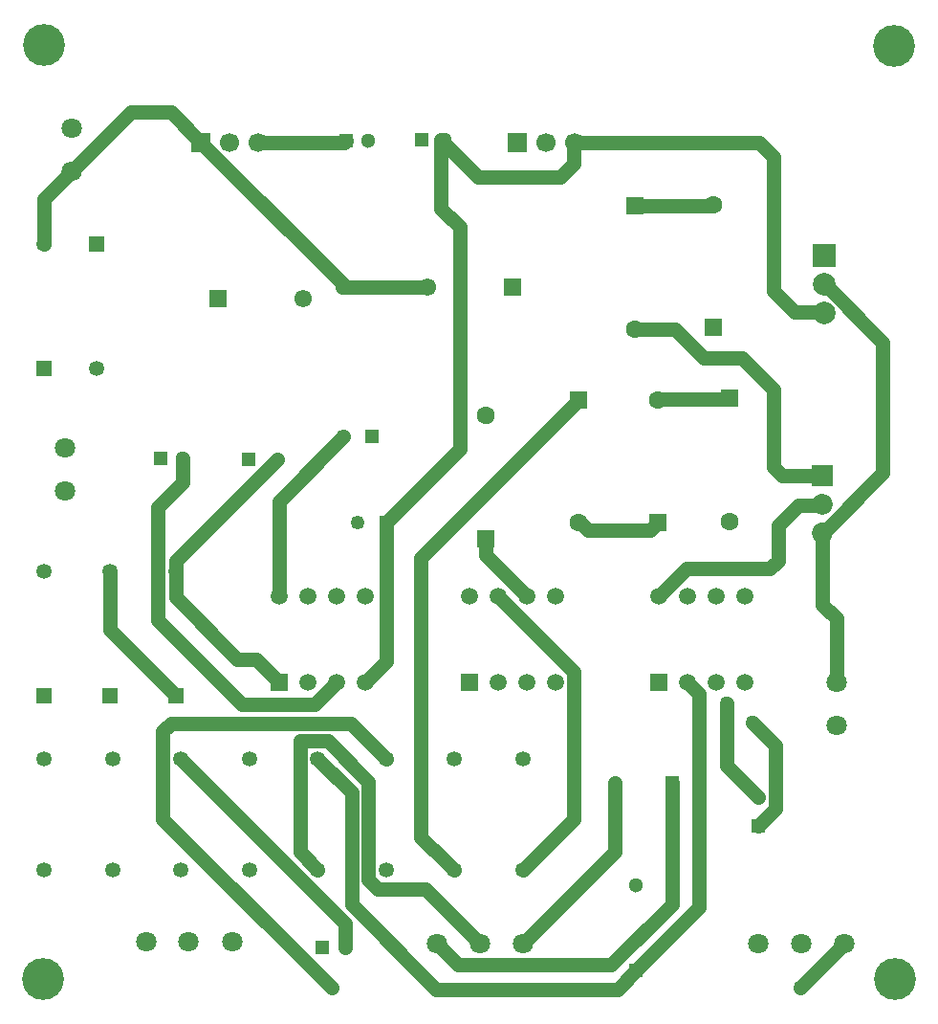
<source format=gtl>
G04*
G04 #@! TF.GenerationSoftware,Altium Limited,Altium Designer,23.4.1 (23)*
G04*
G04 Layer_Physical_Order=1*
G04 Layer_Color=255*
%FSLAX44Y44*%
%MOMM*%
G71*
G04*
G04 #@! TF.SameCoordinates,296E2F05-AFD3-44B7-80E4-9C800FA3EDDF*
G04*
G04*
G04 #@! TF.FilePolarity,Positive*
G04*
G01*
G75*
%ADD16C,1.2000*%
%ADD17R,1.2000X1.2000*%
%ADD18R,1.6000X1.6000*%
%ADD19C,1.6000*%
%ADD20R,1.2000X1.2000*%
%ADD22R,1.5500X1.5500*%
%ADD23C,1.5500*%
%ADD31C,1.3500*%
%ADD32R,1.3500X1.3500*%
%ADD33C,2.0000*%
%ADD34R,2.0000X2.0000*%
%ADD35C,1.8500*%
%ADD36R,1.8500X1.8500*%
%ADD37C,1.3000*%
%ADD38R,1.3000X1.3000*%
%ADD42C,1.2500*%
%ADD43C,3.7000*%
%ADD44C,1.8000*%
%ADD45C,1.7000*%
%ADD46R,1.7000X1.7000*%
%ADD47C,1.5000*%
%ADD48R,1.5000X1.5000*%
%ADD49R,1.3000X1.3000*%
%ADD50C,1.2500*%
%ADD51R,1.2500X1.2500*%
%ADD52C,1.2700*%
D16*
X234550Y485140D02*
D03*
X660400Y186490D02*
D03*
X294320Y53340D02*
D03*
X533800Y199390D02*
D03*
D17*
X209550Y485140D02*
D03*
X274320Y53340D02*
D03*
X583800Y199390D02*
D03*
D18*
X419354Y415520D02*
D03*
X635000Y539520D02*
D03*
X571500Y429490D02*
D03*
X551180Y709700D02*
D03*
X621030Y602210D02*
D03*
X501650Y538250D02*
D03*
D19*
X419354Y524280D02*
D03*
X635000Y430760D02*
D03*
X571500Y538250D02*
D03*
X551180Y600940D02*
D03*
X621030Y710970D02*
D03*
X501650Y429490D02*
D03*
D20*
X660400Y161490D02*
D03*
D22*
X182210Y627380D02*
D03*
X442630Y637540D02*
D03*
D23*
X257210Y627380D02*
D03*
X367630Y637540D02*
D03*
D31*
X209731Y122450D02*
D03*
Y220450D02*
D03*
X270329D02*
D03*
Y122450D02*
D03*
X330926Y220450D02*
D03*
Y122450D02*
D03*
X74930Y566030D02*
D03*
X27940Y676030D02*
D03*
X452120Y220450D02*
D03*
Y122450D02*
D03*
X391523Y122450D02*
D03*
Y220450D02*
D03*
X27860Y386470D02*
D03*
X27940Y220450D02*
D03*
Y122450D02*
D03*
X144780Y386470D02*
D03*
X86320Y386080D02*
D03*
X149134Y220450D02*
D03*
Y122450D02*
D03*
X88537Y220450D02*
D03*
Y122450D02*
D03*
D32*
X74930Y676030D02*
D03*
X27940Y566030D02*
D03*
X27860Y276470D02*
D03*
X144780D02*
D03*
X86320Y276080D02*
D03*
D33*
X718820Y614680D02*
D03*
Y640080D02*
D03*
D34*
Y665480D02*
D03*
D35*
X717550Y420370D02*
D03*
Y445770D02*
D03*
D36*
Y471170D02*
D03*
D37*
X150970Y486410D02*
D03*
X552450Y108620D02*
D03*
X382589Y768309D02*
D03*
X315279Y767039D02*
D03*
D38*
X552450Y33620D02*
D03*
D42*
X564564Y422554D02*
X571500Y429490D01*
X501650D02*
X502597D01*
X509533Y422554D01*
X564564D01*
X729670Y288340D02*
Y344750D01*
X717550Y356870D02*
X729670Y344750D01*
X717550Y356870D02*
Y420370D01*
X729670Y288340D02*
X730250Y288920D01*
X27940Y715640D02*
X52760Y740460D01*
X27940Y676030D02*
Y715640D01*
X52760Y740460D02*
X104780Y792480D01*
X144780Y363220D02*
Y386470D01*
X215900Y308610D02*
X236220Y288290D01*
X199390Y308610D02*
X215900D01*
X144780Y363220D02*
X199390Y308610D01*
X144780Y395370D02*
X234550Y485140D01*
X144780Y386470D02*
Y395370D01*
X718820Y640080D02*
X719993D01*
X770890Y589183D01*
Y473598D02*
Y589183D01*
X717550Y420370D02*
X717662D01*
X770890Y473598D01*
X632460Y214430D02*
Y269240D01*
X598170Y288290D02*
X608076Y278384D01*
Y89246D02*
Y278384D01*
X552450Y33620D02*
X608076Y89246D01*
X660400Y161490D02*
X675440Y176530D01*
Y232610D01*
X632460Y214430D02*
X660400Y186490D01*
X655320Y252730D02*
X675440Y232610D01*
X452120Y122450D02*
X497078Y167408D01*
Y297307D01*
X429895Y364490D02*
X497078Y297307D01*
X452220Y57150D02*
X533800Y138730D01*
Y199390D01*
X391252Y122450D02*
X391523D01*
X373383Y140319D02*
X391252Y122450D01*
X372761Y140319D02*
X373383D01*
X361950Y151130D02*
X372761Y140319D01*
X361950Y151130D02*
Y398550D01*
X501650Y538250D01*
X716402Y444622D02*
X717550Y445770D01*
X696082Y444622D02*
X716402D01*
X678180Y426720D02*
X696082Y444622D01*
X596900Y388620D02*
X670858D01*
X678180Y395942D01*
Y426720D01*
X572770Y364490D02*
X596900Y388620D01*
X571500Y538250D02*
X572135Y538885D01*
X634365D01*
X635000Y539520D01*
X674370Y478492D02*
Y547370D01*
X681692Y471170D02*
X717550D01*
X674370Y478492D02*
X681692Y471170D01*
X646430Y575310D02*
X674370Y547370D01*
X551180Y600940D02*
X586464D01*
X612094Y575310D01*
X646430D01*
X331070Y306940D02*
Y429260D01*
X312420Y288290D02*
X331070Y306940D01*
X236220Y448310D02*
X293370Y505460D01*
X236220Y364490D02*
Y448310D01*
X551180Y709700D02*
X618813D01*
X620083Y710970D01*
X621030D01*
X674370Y634702D02*
Y753110D01*
X717385Y616115D02*
X718820Y614680D01*
X692957Y616115D02*
X717385D01*
X674370Y634702D02*
X692957Y616115D01*
X661670Y765810D02*
X674370Y753110D01*
X497840Y765810D02*
X661670D01*
X496979Y764949D02*
X497840Y765810D01*
X496979Y747169D02*
Y764949D01*
X485140Y735330D02*
X496979Y747169D01*
X412430Y735330D02*
X485140D01*
X379410Y768350D02*
X412430Y735330D01*
X379410Y707710D02*
Y768350D01*
Y707710D02*
X396240Y690880D01*
Y494430D02*
Y690880D01*
X331070Y429260D02*
X396240Y494430D01*
X167009Y765769D02*
X295279Y637499D01*
X292100Y637540D02*
X367630D01*
X472440Y764592D02*
Y765810D01*
X217809Y765769D02*
X294009D01*
X295279Y767039D01*
X140339Y792439D02*
X167009Y765769D01*
X104780Y792480D02*
X137160D01*
X419354Y524280D02*
X420024Y523610D01*
X149134Y220450D02*
X294320Y75264D01*
Y53340D02*
Y75264D01*
X299662Y251714D02*
X330926Y220450D01*
X140208Y251714D02*
X299662D01*
X133350Y244856D02*
X140208Y251714D01*
X133350Y167386D02*
Y244856D01*
Y167386D02*
X282702Y18034D01*
X697584D02*
X736700Y57150D01*
X86320Y334930D02*
X144780Y276470D01*
X86320Y334930D02*
Y386080D01*
X535594Y16764D02*
X552450Y33620D01*
X375451Y16764D02*
X535594D01*
X300345Y91869D02*
X375451Y16764D01*
X300345Y91869D02*
Y190434D01*
X270329Y220450D02*
X300345Y190434D01*
X376020Y57150D02*
X394562Y38608D01*
X530352D01*
X583800Y92056D01*
Y199390D01*
X267462Y268732D02*
X287020Y288290D01*
X203200Y268732D02*
X267462D01*
X129032Y342900D02*
X203200Y268732D01*
X129032Y342900D02*
Y443230D01*
X150970Y465168D01*
Y486410D01*
X254762Y138017D02*
X270329Y122450D01*
X254762Y138017D02*
Y236220D01*
X279400D01*
X315386Y200234D01*
Y114128D02*
Y200234D01*
Y114128D02*
X323850Y105664D01*
X365506D01*
X414020Y57150D01*
X419354Y400431D02*
X455295Y364490D01*
X419354Y400431D02*
Y415520D01*
D43*
X27940Y852170D02*
D03*
X780415Y851535D02*
D03*
X27305Y26035D02*
D03*
X781685D02*
D03*
D44*
X729670Y288340D02*
D03*
Y250240D02*
D03*
X52760Y778560D02*
D03*
Y740460D02*
D03*
X194410Y59000D02*
D03*
X156210D02*
D03*
X118210D02*
D03*
X736700Y57150D02*
D03*
X698500D02*
D03*
X660500D02*
D03*
X452220D02*
D03*
X414020D02*
D03*
X376020D02*
D03*
X46410Y495350D02*
D03*
Y457250D02*
D03*
D45*
X217809Y765769D02*
D03*
X192409D02*
D03*
X472440Y765810D02*
D03*
X497840D02*
D03*
D46*
X167009Y765769D02*
D03*
X447040Y765810D02*
D03*
D47*
X480695Y364490D02*
D03*
X455295D02*
D03*
X429895D02*
D03*
X404495D02*
D03*
X480695Y288290D02*
D03*
X455295D02*
D03*
X429895D02*
D03*
X648970Y364490D02*
D03*
X623570D02*
D03*
X598170D02*
D03*
X572770D02*
D03*
X648970Y288290D02*
D03*
X623570D02*
D03*
X598170D02*
D03*
X261620D02*
D03*
X287020D02*
D03*
X312420D02*
D03*
X236220Y364490D02*
D03*
X261620D02*
D03*
X287020D02*
D03*
X312420D02*
D03*
D48*
X404495Y288290D02*
D03*
X572770D02*
D03*
X236220D02*
D03*
D49*
X130970Y486410D02*
D03*
X362589Y768309D02*
D03*
X295279Y767039D02*
D03*
D50*
X293370Y505460D02*
D03*
X306070Y429260D02*
D03*
D51*
X318370Y505460D02*
D03*
X331070Y429260D02*
D03*
D52*
X632460Y269240D02*
D03*
X655320Y252730D02*
D03*
X282702Y18034D02*
D03*
X697584D02*
D03*
M02*

</source>
